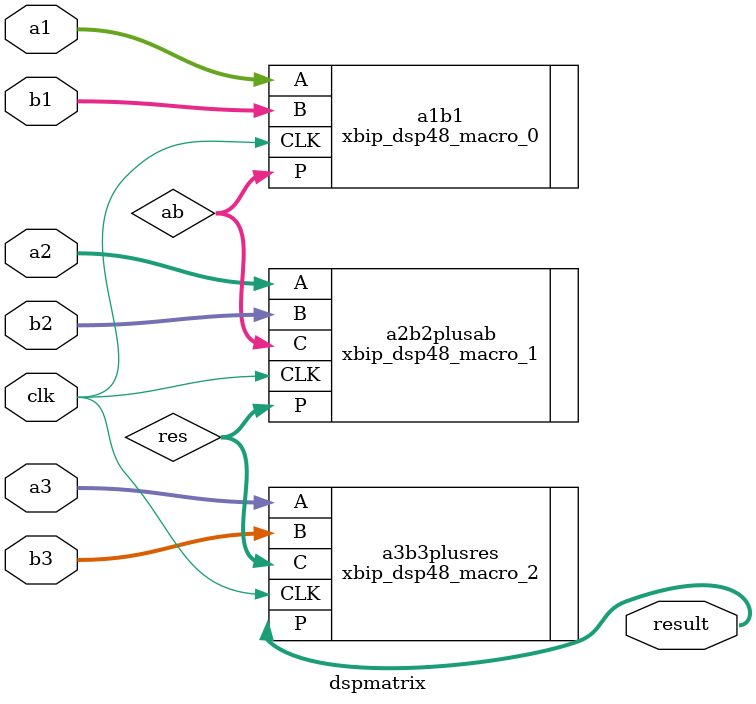
<source format=v>

`timescale 1ns / 1ps
module dspmatrix(
a1,
a2,
a3,
b1,
b2,
b3,
result,
clk
);


input [3:0] a1,a2,a3,b1,b2,b3;
output [9:0] result;
input clk;
wire [8:0] res;
wire [7:0] ab;

xbip_dsp48_macro_0  a1b1 (
  .CLK(clk), // input clk
  .A(a1), // input [3 : 0] a
  .B(b1), // input [3 : 0] b
  .P(ab) // output [7 : 0] p
);


xbip_dsp48_macro_1  a2b2plusab (
  .CLK(clk), // input clk
  .A(a2), // input [3 : 0] a
  .B(b2), // input [3 : 0] b
  .C(ab), // input [7 : 0] c
  .P(res) // output [8 : 0] p
);

xbip_dsp48_macro_2  a3b3plusres (
  .CLK(clk), // input clk
  .A(a3), // input [3 : 0] a
  .B(b3), // input [3 : 0] b
  .C(res), // input [8 : 0] c
  .P(result) // output [9 : 0] p
);

endmodule
</source>
